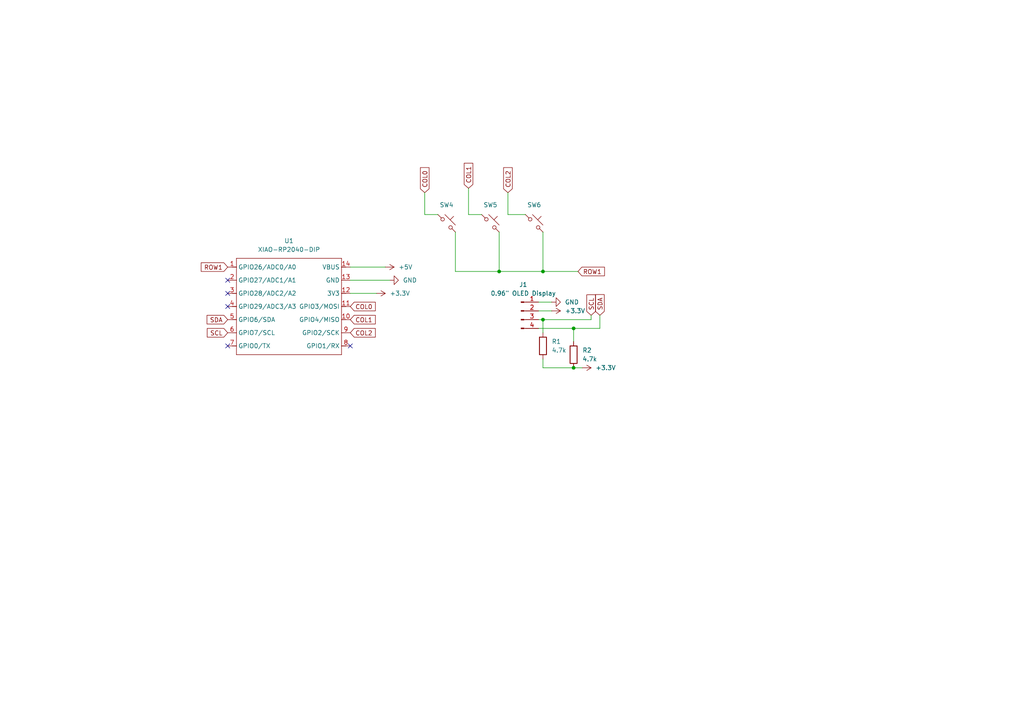
<source format=kicad_sch>
(kicad_sch (version 20231120) (generator "eeschema") (generator_version "8.0")
  (paper "A4")
  (lib_symbols
    (symbol "Connector:Conn_01x04_Pin" (pin_names (offset 1.016) hide)
      (property "Reference" "J" (at 0 5.08 0))
      (property "Value" "Conn_01x04_Pin" (at 0 -7.62 0))
      (symbol "Conn_01x04_Pin_1_1"
        (polyline (pts (xy 1.27 -5.08) (xy 0.8636 -5.08)) (stroke (width 0.1524)))
        (polyline (pts (xy 1.27 -2.54) (xy 0.8636 -2.54)) (stroke (width 0.1524)))
        (polyline (pts (xy 1.27 0) (xy 0.8636 0)) (stroke (width 0.1524)))
        (polyline (pts (xy 1.27 2.54) (xy 0.8636 2.54)) (stroke (width 0.1524)))
        (rectangle (start 0.8636 -4.953) (end 0 -5.207) (stroke (width 0.1524)) (fill (type outline)))
        (rectangle (start 0.8636 -2.413) (end 0 -2.667) (stroke (width 0.1524)) (fill (type outline)))
        (rectangle (start 0.8636 0.127) (end 0 -0.127) (stroke (width 0.1524)) (fill (type outline)))
        (rectangle (start 0.8636 2.667) (end 0 2.413) (stroke (width 0.1524)) (fill (type outline)))
        (pin passive line (at 5.08 2.54 180) (length 3.81) (name "Pin_1") (number "1"))
        (pin passive line (at 5.08 0 180) (length 3.81) (name "Pin_2") (number "2"))
        (pin passive line (at 5.08 -2.54 180) (length 3.81) (name "Pin_3") (number "3"))
        (pin passive line (at 5.08 -5.08 180) (length 3.81) (name "Pin_4") (number "4"))
      )
    )
    (symbol "Device:R" (pin_numbers hide) (pin_names (offset 0))
      (property "Reference" "R" (at 2.032 0 90))
      (property "Value" "R" (at 0 0 90))
      (symbol "R_0_1"
        (rectangle (start -1.016 -2.54) (end 1.016 2.54) (stroke (width 0.254)))
      )
      (symbol "R_1_1"
        (pin passive line (at 0 3.81 270) (length 1.27) (name "~") (number "1"))
        (pin passive line (at 0 -3.81 90) (length 1.27) (name "~") (number "2"))
      )
    )
    (symbol "OPL:XIAO-RP2040-DIP"
      (property "Reference" "U" (at 0 0 0))
      (property "Value" "XIAO-RP2040-DIP" (at 5.334 -1.778 0))
      (symbol "XIAO-RP2040-DIP_1_0"
        (polyline (pts (xy -1.27 -30.48) (xy -1.27 -16.51)) (stroke (width 0.1524)))
        (polyline (pts (xy -1.27 -27.94) (xy -2.54 -27.94)) (stroke (width 0.1524)))
        (polyline (pts (xy -1.27 -24.13) (xy -2.54 -24.13)) (stroke (width 0.1524)))
        (polyline (pts (xy -1.27 -20.32) (xy -2.54 -20.32)) (stroke (width 0.1524)))
        (polyline (pts (xy -1.27 -16.51) (xy -2.54 -16.51)) (stroke (width 0.1524)))
        (polyline (pts (xy -1.27 -16.51) (xy -1.27 -12.7)) (stroke (width 0.1524)))
        (polyline (pts (xy -1.27 -12.7) (xy -2.54 -12.7)) (stroke (width 0.1524)))
        (polyline (pts (xy -1.27 -12.7) (xy -1.27 -8.89)) (stroke (width 0.1524)))
        (polyline (pts (xy -1.27 -8.89) (xy -2.54 -8.89)) (stroke (width 0.1524)))
        (polyline (pts (xy -1.27 -8.89) (xy -1.27 -5.08)) (stroke (width 0.1524)))
        (polyline (pts (xy -1.27 -5.08) (xy -2.54 -5.08)) (stroke (width 0.1524)))
        (polyline (pts (xy -1.27 -5.08) (xy -1.27 -2.54)) (stroke (width 0.1524)))
        (polyline (pts (xy -1.27 -2.54) (xy 29.21 -2.54)) (stroke (width 0.1524)))
        (polyline (pts (xy 29.21 -30.48) (xy -1.27 -30.48)) (stroke (width 0.1524)))
        (polyline (pts (xy 29.21 -12.7) (xy 29.21 -30.48)) (stroke (width 0.1524)))
        (polyline (pts (xy 29.21 -8.89) (xy 29.21 -12.7)) (stroke (width 0.1524)))
        (polyline (pts (xy 29.21 -5.08) (xy 29.21 -8.89)) (stroke (width 0.1524)))
        (polyline (pts (xy 29.21 -2.54) (xy 29.21 -5.08)) (stroke (width 0.1524)))
        (polyline (pts (xy 30.48 -27.94) (xy 29.21 -27.94)) (stroke (width 0.1524)))
        (polyline (pts (xy 30.48 -24.13) (xy 29.21 -24.13)) (stroke (width 0.1524)))
        (polyline (pts (xy 30.48 -20.32) (xy 29.21 -20.32)) (stroke (width 0.1524)))
        (polyline (pts (xy 30.48 -16.51) (xy 29.21 -16.51)) (stroke (width 0.1524)))
        (polyline (pts (xy 30.48 -12.7) (xy 29.21 -12.7)) (stroke (width 0.1524)))
        (polyline (pts (xy 30.48 -8.89) (xy 29.21 -8.89)) (stroke (width 0.1524)))
        (polyline (pts (xy 30.48 -5.08) (xy 29.21 -5.08)) (stroke (width 0.1524)))
        (pin passive line (at -3.81 -5.08 0) (length 2.54) (name "GPIO26/ADC0/A0") (number "1"))
        (pin passive line (at 31.75 -20.32 180) (length 2.54) (name "GPIO4/MISO") (number "10"))
        (pin passive line (at 31.75 -16.51 180) (length 2.54) (name "GPIO3/MOSI") (number "11"))
        (pin passive line (at 31.75 -12.7 180) (length 2.54) (name "3V3") (number "12"))
        (pin passive line (at 31.75 -8.89 180) (length 2.54) (name "GND") (number "13"))
        (pin passive line (at 31.75 -5.08 180) (length 2.54) (name "VBUS") (number "14"))
        (pin passive line (at -3.81 -8.89 0) (length 2.54) (name "GPIO27/ADC1/A1") (number "2"))
        (pin passive line (at -3.81 -12.7 0) (length 2.54) (name "GPIO28/ADC2/A2") (number "3"))
        (pin passive line (at -3.81 -16.51 0) (length 2.54) (name "GPIO29/ADC3/A3") (number "4"))
        (pin passive line (at -3.81 -20.32 0) (length 2.54) (name "GPIO6/SDA") (number "5"))
        (pin passive line (at -3.81 -24.13 0) (length 2.54) (name "GPIO7/SCL") (number "6"))
        (pin passive line (at -3.81 -27.94 0) (length 2.54) (name "GPIO0/TX") (number "7"))
        (pin passive line (at 31.75 -27.94 180) (length 2.54) (name "GPIO1/RX") (number "8"))
        (pin passive line (at 31.75 -24.13 180) (length 2.54) (name "GPIO2/SCK") (number "9"))
      )
    )
    (symbol "Switch:SW_Push_45deg" (pin_numbers hide) (pin_names (offset 1.016) hide)
      (property "Reference" "SW" (at 3.048 1.016 0))
      (property "Value" "SW_Push_45deg" (at 0 -3.81 0))
      (symbol "SW_Push_45deg_0_1"
        (circle (center -1.1684 1.1684) (radius 0.508))
        (polyline (pts (xy -0.508 2.54) (xy 2.54 -0.508)))
        (polyline (pts (xy 1.016 1.016) (xy 2.032 2.032)))
        (polyline (pts (xy -2.54 2.54) (xy -1.524 1.524) (xy -1.524 1.524)))
        (polyline (pts (xy 1.524 -1.524) (xy 2.54 -2.54) (xy 2.54 -2.54) (xy 2.54 -2.54)))
        (circle (center 1.143 -1.1938) (radius 0.508))
        (pin passive line (at -2.54 2.54 0) (length 0) (name "1") (number "1"))
        (pin passive line (at 2.54 -2.54 180) (length 0) (name "2") (number "2"))
      )
    )
    (symbol "power:+3.3V" (power) (pin_numbers hide) (pin_names (offset 0) hide)
      (property "Value" "+3.3V" (at 0 3.556 0))
      (symbol "+3.3V_0_1"
        (polyline (pts (xy -0.762 1.27) (xy 0 2.54)))
        (polyline (pts (xy 0 0) (xy 0 2.54)))
        (polyline (pts (xy 0 2.54) (xy 0.762 1.27)))
      )
      (symbol "+3.3V_1_1"
        (pin power_in line (at 0 0 90) (length 0) (name "~") (number "1"))
      )
    )
    (symbol "power:+5V" (power) (pin_numbers hide) (pin_names (offset 0) hide)
      (property "Value" "+5V" (at 0 3.556 0))
      (symbol "+5V_0_1"
        (polyline (pts (xy -0.762 1.27) (xy 0 2.54)))
        (polyline (pts (xy 0 0) (xy 0 2.54)))
        (polyline (pts (xy 0 2.54) (xy 0.762 1.27)))
      )
      (symbol "+5V_1_1"
        (pin power_in line (at 0 0 90) (length 0) (name "~") (number "1"))
      )
    )
    (symbol "power:GND" (power) (pin_numbers hide) (pin_names (offset 0) hide)
      (property "Value" "GND" (at 0 -3.81 0))
      (symbol "GND_0_1"
        (polyline (pts (xy 0 0) (xy 0 -1.27) (xy 1.27 -1.27) (xy 0 -2.54) (xy -1.27 -1.27) (xy 0 -1.27)))
      )
      (symbol "GND_1_1"
        (pin power_in line (at 0 0 270) (length 0) (name "~") (number "1"))
      )
    )
  )
  (junction (at 166.37 95.25))
  (junction (at 144.78 78.74))
  (junction (at 157.48 78.74))
  (junction (at 166.37 106.68))
  (junction (at 157.48 92.71))
  (no_connect (at 66.04 100.33))
  (no_connect (at 66.04 85.09))
  (no_connect (at 66.04 88.9))
  (no_connect (at 101.6 100.33))
  (no_connect (at 66.04 81.28))
  (wire (pts (xy 147.32 55.88) (xy 147.32 62.23)))
  (wire (pts (xy 156.21 95.25) (xy 166.37 95.25)))
  (wire (pts (xy 171.45 91.44) (xy 171.45 92.71)))
  (wire (pts (xy 173.99 91.44) (xy 173.99 95.25)))
  (wire (pts (xy 166.37 106.68) (xy 168.91 106.68)))
  (wire (pts (xy 135.89 54.61) (xy 135.89 62.23)))
  (wire (pts (xy 156.21 87.63) (xy 160.02 87.63)))
  (wire (pts (xy 157.48 104.14) (xy 157.48 106.68)))
  (wire (pts (xy 173.99 95.25) (xy 166.37 95.25)))
  (wire (pts (xy 123.19 62.23) (xy 127 62.23)))
  (wire (pts (xy 101.6 81.28) (xy 113.03 81.28)))
  (wire (pts (xy 101.6 85.09) (xy 109.22 85.09)))
  (wire (pts (xy 166.37 99.06) (xy 166.37 95.25)))
  (wire (pts (xy 135.89 62.23) (xy 139.7 62.23)))
  (wire (pts (xy 157.48 67.31) (xy 157.48 78.74)))
  (wire (pts (xy 144.78 67.31) (xy 144.78 78.74)))
  (wire (pts (xy 132.08 67.31) (xy 132.08 78.74)))
  (wire (pts (xy 144.78 78.74) (xy 157.48 78.74)))
  (wire (pts (xy 157.48 106.68) (xy 166.37 106.68)))
  (wire (pts (xy 101.6 77.47) (xy 111.76 77.47)))
  (wire (pts (xy 157.48 96.52) (xy 157.48 92.71)))
  (wire (pts (xy 157.48 92.71) (xy 171.45 92.71)))
  (wire (pts (xy 156.21 90.17) (xy 160.02 90.17)))
  (wire (pts (xy 157.48 78.74) (xy 167.64 78.74)))
  (wire (pts (xy 132.08 78.74) (xy 144.78 78.74)))
  (wire (pts (xy 157.48 92.71) (xy 156.21 92.71)))
  (wire (pts (xy 147.32 62.23) (xy 152.4 62.23)))
  (wire (pts (xy 123.19 55.88) (xy 123.19 62.23)))
  (global_label "ROW1" (shape input) (at 66.04 77.47 180) (property "Intersheetrefs" "${INTERSHEET_REFS}" (effects (hide yes))))
  (global_label "COL1" (shape input) (at 101.6 92.71 0) (property "Intersheetrefs" "${INTERSHEET_REFS}" (effects (hide yes))))
  (global_label "COL0" (shape input) (at 123.19 55.88 90) (property "Intersheetrefs" "${INTERSHEET_REFS}" (effects (hide yes))))
  (global_label "COL0" (shape input) (at 101.6 88.9 0) (property "Intersheetrefs" "${INTERSHEET_REFS}" (effects (hide yes))))
  (global_label "SDA" (shape input) (at 66.04 92.71 180) (property "Intersheetrefs" "${INTERSHEET_REFS}" (effects (hide yes))))
  (global_label "SCL" (shape input) (at 171.45 91.44 90) (property "Intersheetrefs" "${INTERSHEET_REFS}" (effects (hide yes))))
  (global_label "SDA" (shape input) (at 173.99 91.44 90) (property "Intersheetrefs" "${INTERSHEET_REFS}" (effects (hide yes))))
  (global_label "COL1" (shape input) (at 135.89 54.61 90) (property "Intersheetrefs" "${INTERSHEET_REFS}" (effects (hide yes))))
  (global_label "COL2" (shape input) (at 147.32 55.88 90) (property "Intersheetrefs" "${INTERSHEET_REFS}" (effects (hide yes))))
  (global_label "COL2" (shape input) (at 101.6 96.52 0) (property "Intersheetrefs" "${INTERSHEET_REFS}" (effects (hide yes))))
  (global_label "SCL" (shape input) (at 66.04 96.52 180) (property "Intersheetrefs" "${INTERSHEET_REFS}" (effects (hide yes))))
  (global_label "ROW1" (shape input) (at 167.64 78.74 0) (property "Intersheetrefs" "${INTERSHEET_REFS}" (effects (hide yes))))
  (symbol (lib_id "Connector:Conn_01x04_Pin") (at 151.13 90.17 0) (unit 1)
    (property "Reference" "J1" (at 151.765 82.55 0))
    (property "Value" "0.96\" OLED Display" (at 151.765 85.09 0))
    (property "Footprint" "OptoDevice:MODULE_DM-OLED096-636" (effects (hide yes)))
    (property "Description" "Generic connector, single row, 01x04, script generated" (effects (hide yes)))
  )
  (symbol (lib_id "Switch:SW_Push_45deg") (at 142.24 64.77 0) (unit 1)
    (property "Reference" "SW5" (at 142.24 59.436 0))
    (property "Value" "MX" (effects (hide yes)))
    (property "Footprint" "Button_Switch_Keyboard:SW_Cherry_MX_1.00u_PCB" (effects (hide yes)))
    (property "Description" "Push button switch, normally open, two pins, 45° tilted" (effects (hide yes)))
  )
  (symbol (lib_id "Switch:SW_Push_45deg") (at 129.54 64.77 0) (unit 1)
    (property "Reference" "SW4" (at 129.54 59.436 0))
    (property "Value" "MX" (effects (hide yes)))
    (property "Footprint" "Button_Switch_Keyboard:SW_Cherry_MX_1.00u_PCB" (effects (hide yes)))
    (property "Description" "Push button switch, normally open, two pins, 45° tilted" (effects (hide yes)))
  )
  (symbol (lib_id "Device:R") (at 157.48 100.33 0) (unit 1)
    (property "Reference" "R1" (at 160.02 99.0599 0) (effects (justify left)))
    (property "Value" "4.7k" (at 160.02 101.5999 0) (effects (justify left)))
    (property "Footprint" "Resistor_THT:R_Axial_DIN0204_L3.6mm_D1.6mm_P5.08mm_Horizontal" (effects (hide yes)))
    (property "Description" "Resistor" (effects (hide yes)))
  )
  (symbol (lib_id "power:+3.3V") (at 168.91 106.68 270) (unit 1)
    (property "Reference" "#PWR04" (effects (hide yes)))
    (property "Value" "+3.3V" (at 172.72 106.6799 90) (effects (justify left)))
    (property "Description" "Power symbol creates a global label with name \"+3.3V\"" (effects (hide yes)))
  )
  (symbol (lib_id "Switch:SW_Push_45deg") (at 154.94 64.77 0) (unit 1)
    (property "Reference" "SW6" (at 154.94 59.436 0))
    (property "Value" "MX" (effects (hide yes)))
    (property "Footprint" "Button_Switch_Keyboard:SW_Cherry_MX_1.00u_PCB" (effects (hide yes)))
    (property "Description" "Push button switch, normally open, two pins, 45° tilted" (effects (hide yes)))
  )
  (symbol (lib_id "power:GND") (at 113.03 81.28 90) (unit 1)
    (property "Reference" "#PWR05" (effects (hide yes)))
    (property "Value" "GND" (at 116.84 81.2799 90) (effects (justify right)))
    (property "Description" "Power symbol creates a global label with name \"GND\" , ground" (effects (hide yes)))
  )
  (symbol (lib_id "OPL:XIAO-RP2040-DIP") (at 69.85 72.39 0) (unit 1)
    (property "Reference" "U1" (at 83.82 69.85 0))
    (property "Value" "XIAO-RP2040-DIP" (at 83.82 72.39 0))
    (property "Footprint" "OPL:XIAO-RP2040-DIP" (effects (hide yes)))
  )
  (symbol (lib_id "power:+5V") (at 111.76 77.47 270) (unit 1)
    (property "Reference" "#PWR07" (effects (hide yes)))
    (property "Value" "+5V" (at 115.57 77.4699 90) (effects (justify left)))
    (property "Description" "Power symbol creates a global label with name \"+5V\"" (effects (hide yes)))
  )
  (symbol (lib_id "power:+3.3V") (at 109.22 85.09 270) (unit 1)
    (property "Reference" "#PWR06" (effects (hide yes)))
    (property "Value" "+3.3V" (at 113.03 85.0899 90) (effects (justify left)))
    (property "Description" "Power symbol creates a global label with name \"+3.3V\"" (effects (hide yes)))
  )
  (symbol (lib_id "power:+3.3V") (at 160.02 90.17 270) (unit 1)
    (property "Reference" "#PWR03" (effects (hide yes)))
    (property "Value" "+3.3V" (at 163.83 90.1699 90) (effects (justify left)))
    (property "Description" "Power symbol creates a global label with name \"+3.3V\"" (effects (hide yes)))
  )
  (symbol (lib_id "power:GND") (at 160.02 87.63 90) (unit 1)
    (property "Reference" "#PWR02" (effects (hide yes)))
    (property "Value" "GND" (at 163.83 87.6299 90) (effects (justify right)))
    (property "Description" "Power symbol creates a global label with name \"GND\" , ground" (effects (hide yes)))
  )
  (symbol (lib_id "Device:R") (at 166.37 102.87 0) (unit 1)
    (property "Reference" "R2" (at 168.91 101.5999 0) (effects (justify left)))
    (property "Value" "4.7k" (at 168.91 104.1399 0) (effects (justify left)))
    (property "Footprint" "Resistor_THT:R_Axial_DIN0204_L3.6mm_D1.6mm_P5.08mm_Horizontal" (effects (hide yes)))
    (property "Description" "Resistor" (effects (hide yes)))
  )
)
</source>
